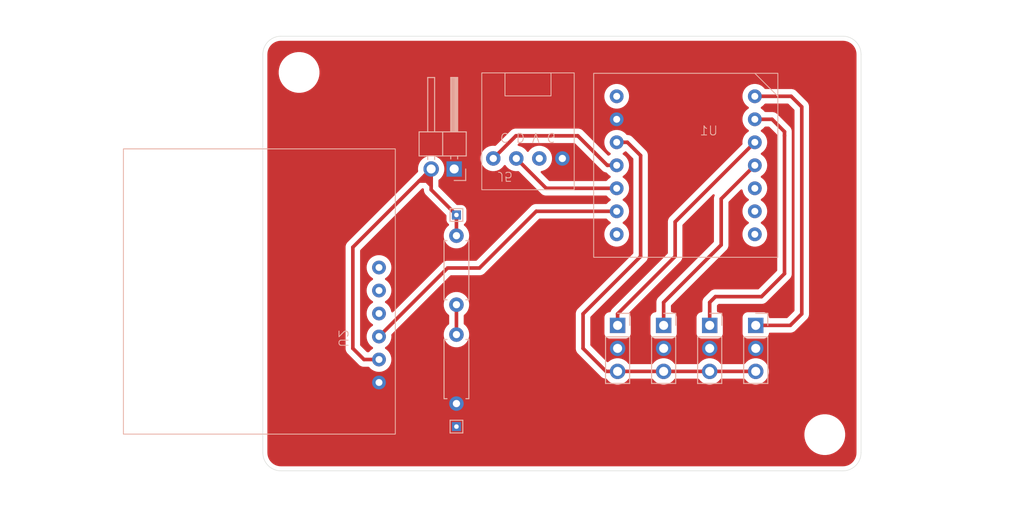
<source format=kicad_pcb>
(kicad_pcb (version 20240108) (generator "pcbnew") (generator_version "8.0")
  (layers (0 "F.Cu" signal) (31 "B.Cu" signal) (34 "B.Paste" user) (35 "F.Paste" user) (36 "B.SilkS" user "B.Silkscreen") (37 "F.SilkS" user "F.Silkscreen") (38 "B.Mask" user) (39 "F.Mask" user) (44 "Edge.Cuts" user))
  (net 0 "")
  (net 1 "/Soil_Sensor_1")
  (net 2 "+3V3")
  (net 3 "GND")
  (net 4 "/Soil_Sensor_2")
  (net 5 "/Soil_Sensor_3")
  (net 6 "/Soil_Sensor_4")
  (net 7 "/SDA")
  (net 8 "/SCL")
  (net 9 "+BATT")
  (net 10 "/Vbatt_sense")
  (net 11 "/Done")
  (footprint "Resistor_THT:R_Axial_DIN0207_L6.3mm_D2.5mm_P7.62mm_Horizontal" (layer "B.Cu") (at 151.032448 76.454 -90)
    (property "Reference" "R1" (hide yes))
    (property "Value" "10k")
    (fp_line (start 0.54 1.37) (end 0.54 1.04) (stroke (width 0.12)) (layer "B.SilkS"))
    (fp_line (start 7.08 1.37) (end 0.54 1.37) (stroke (width 0.12)) (layer "B.SilkS"))
    (fp_line (start 7.08 1.04) (end 7.08 1.37) (stroke (width 0.12)) (layer "B.SilkS"))
    (fp_line (start 7.08 -1.04) (end 7.08 -1.37) (stroke (width 0.12)) (layer "B.SilkS"))
    (fp_line (start 0.54 -1.37) (end 0.54 -1.04) (stroke (width 0.12)) (layer "B.SilkS"))
    (fp_line (start 7.08 -1.37) (end 0.54 -1.37) (stroke (width 0.12)) (layer "B.SilkS"))
    (pad "1" thru_hole circle (at 0 0 270) (size 1.6 1.6) (drill 0.8) (layers "*.Cu" "*.Mask") (net 9 "+BATT"))
    (pad "2" thru_hole oval (at 7.62 0 270) (size 1.6 1.6) (drill 0.8) (layers "*.Cu" "*.Mask") (net 10 "/Vbatt_sense"))
  )
  (footprint "Footprints-General:Nano Power Timer" (layer "B.Cu") (at 144.288448 98.368 90)
    (property "Reference" "U2" (at 10.57 -5.756 -90) (layer "B.SilkS") (effects (font (thickness 0.1)) (justify mirror)))
    (property "Value" "Nano Power Timer")
    (fp_rect (start 31.5 -30) (end 0 0) (stroke (width 0.1)) (fill none) (layer "B.SilkS"))
    (pad "1" thru_hole circle (at 5.7 -1.8 90) (size 1.524 1.524) (drill 0.762) (layers "*.Cu" "*.Mask") (net 3 "GND"))
    (pad "2" thru_hole circle (at 8.24 -1.8 90) (size 1.524 1.524) (drill 0.762) (layers "*.Cu" "*.Mask") (net 9 "+BATT"))
    (pad "3" thru_hole circle (at 10.78 -1.8 90) (size 1.524 1.524) (drill 0.762) (layers "*.Cu" "*.Mask") (net 11 "/Done"))
    (pad "4" thru_hole circle (at 13.32 -1.8 90) (size 1.524 1.524) (drill 0.762) (layers "*.Cu" "*.Mask"))
    (pad "5" thru_hole circle (at 15.86 -1.8 90) (size 1.524 1.524) (drill 0.762) (layers "*.Cu" "*.Mask"))
    (pad "6" thru_hole circle (at 18.4 -1.8 90) (size 1.524 1.524) (drill 0.762) (layers "*.Cu" "*.Mask"))
  )
  (footprint "Connector_PinHeader_2.54mm:PinHeader_1x03_P2.54mm_Vertical" (layer "B.Cu") (at 168.812448 86.36 180)
    (property "Reference" "J3" (hide yes))
    (property "Value" "Soil Sensor - 3")
    (fp_line (start 1.33 -1.27) (end -1.33 -1.27) (stroke (width 0.12)) (layer "B.SilkS"))
    (fp_line (start 1.33 -6.41) (end 1.33 -1.27) (stroke (width 0.12)) (layer "B.SilkS"))
    (fp_line (start 1.33 -6.41) (end -1.33 -6.41) (stroke (width 0.12)) (layer "B.SilkS"))
    (fp_line (start 0 1.33) (end -1.33 1.33) (stroke (width 0.12)) (layer "B.SilkS"))
    (fp_line (start -1.33 1.33) (end -1.33 0) (stroke (width 0.12)) (layer "B.SilkS"))
    (fp_line (start -1.33 -6.41) (end -1.33 -1.27) (stroke (width 0.12)) (layer "B.SilkS"))
    (pad "1" thru_hole rect (at 0 0 180) (size 1.7 1.7) (drill 1) (layers "*.Cu" "*.Mask") (net 5 "/Soil_Sensor_3"))
    (pad "2" thru_hole oval (at 0 -2.54 180) (size 1.7 1.7) (drill 1) (layers "*.Cu" "*.Mask") (net 3 "GND"))
    (pad "3" thru_hole oval (at 0 -5.08 180) (size 1.7 1.7) (drill 1) (layers "*.Cu" "*.Mask") (net 2 "+3V3"))
  )
  (footprint "MountingHole:MountingHole_4mm" (layer "B.Cu") (at 191.672448 98.425 180)
    (property "Reference" "REF**" (hide yes))
    (property "Value" "MountingHole_4mm")
    (pad "" np_thru_hole circle (at 0 0 180) (size 4 4) (drill 4) (layers "*.Cu" "*.Mask"))
  )
  (footprint "Connector_PinHeader_2.54mm:PinHeader_1x03_P2.54mm_Vertical" (layer "B.Cu") (at 184.052448 86.36 180)
    (property "Reference" "J1" (hide yes))
    (property "Value" "Soil Sensor - 1")
    (fp_line (start 1.33 -1.27) (end -1.33 -1.27) (stroke (width 0.12)) (layer "B.SilkS"))
    (fp_line (start 1.33 -6.41) (end 1.33 -1.27) (stroke (width 0.12)) (layer "B.SilkS"))
    (fp_line (start 1.33 -6.41) (end -1.33 -6.41) (stroke (width 0.12)) (layer "B.SilkS"))
    (fp_line (start 0 1.33) (end -1.33 1.33) (stroke (width 0.12)) (layer "B.SilkS"))
    (fp_line (start -1.33 1.33) (end -1.33 0) (stroke (width 0.12)) (layer "B.SilkS"))
    (fp_line (start -1.33 -6.41) (end -1.33 -1.27) (stroke (width 0.12)) (layer "B.SilkS"))
    (pad "1" thru_hole rect (at 0 0 180) (size 1.7 1.7) (drill 1) (layers "*.Cu" "*.Mask") (net 1 "/Soil_Sensor_1"))
    (pad "2" thru_hole oval (at 0 -2.54 180) (size 1.7 1.7) (drill 1) (layers "*.Cu" "*.Mask") (net 3 "GND"))
    (pad "3" thru_hole oval (at 0 -5.08 180) (size 1.7 1.7) (drill 1) (layers "*.Cu" "*.Mask") (net 2 "+3V3"))
  )
  (footprint "Connector_PinHeader_2.54mm:PinHeader_1x03_P2.54mm_Vertical" (layer "B.Cu") (at 173.892448 86.36 180)
    (property "Reference" "J4" (hide yes))
    (property "Value" "Soil Sensor - 4")
    (fp_line (start 1.33 -1.27) (end -1.33 -1.27) (stroke (width 0.12)) (layer "B.SilkS"))
    (fp_line (start 1.33 -6.41) (end 1.33 -1.27) (stroke (width 0.12)) (layer "B.SilkS"))
    (fp_line (start 1.33 -6.41) (end -1.33 -6.41) (stroke (width 0.12)) (layer "B.SilkS"))
    (fp_line (start 0 1.33) (end -1.33 1.33) (stroke (width 0.12)) (layer "B.SilkS"))
    (fp_line (start -1.33 1.33) (end -1.33 0) (stroke (width 0.12)) (layer "B.SilkS"))
    (fp_line (start -1.33 -6.41) (end -1.33 -1.27) (stroke (width 0.12)) (layer "B.SilkS"))
    (pad "1" thru_hole rect (at 0 0 180) (size 1.7 1.7) (drill 1) (layers "*.Cu" "*.Mask") (net 6 "/Soil_Sensor_4"))
    (pad "2" thru_hole oval (at 0 -2.54 180) (size 1.7 1.7) (drill 1) (layers "*.Cu" "*.Mask") (net 3 "GND"))
    (pad "3" thru_hole oval (at 0 -5.08 180) (size 1.7 1.7) (drill 1) (layers "*.Cu" "*.Mask") (net 2 "+3V3"))
  )
  (footprint "Footprints-General:Xiao-S3" (layer "B.Cu") (at 186.492448 58.52 180)
    (property "Reference" "U1" (at 7.62 -6.35 0) (layer "B.SilkS") (effects (font (thickness 0.1)) (justify mirror)))
    (property "Value" "MCU")
    (fp_line (start 2.54 0) (end 0 -2.54) (stroke (width 0.1)) (layer "B.SilkS"))
    (fp_rect (start 20.32 -20.32) (end 0 0) (stroke (width 0.1)) (fill none) (layer "B.SilkS"))
    (pad "1" thru_hole circle (at 2.54 -2.54 180) (size 1.524 1.524) (drill 0.762) (layers "*.Cu" "*.Mask") (net 1 "/Soil_Sensor_1"))
    (pad "2" thru_hole circle (at 2.54 -5.08 180) (size 1.524 1.524) (drill 0.762) (layers "*.Cu" "*.Mask") (net 4 "/Soil_Sensor_2"))
    (pad "3" thru_hole circle (at 2.54 -7.62 180) (size 1.524 1.524) (drill 0.762) (layers "*.Cu" "*.Mask") (net 5 "/Soil_Sensor_3"))
    (pad "4" thru_hole circle (at 2.54 -10.16 180) (size 1.524 1.524) (drill 0.762) (layers "*.Cu" "*.Mask") (net 6 "/Soil_Sensor_4"))
    (pad "5" thru_hole circle (at 2.54 -12.7 180) (size 1.524 1.524) (drill 0.762) (layers "*.Cu" "*.Mask") (net 10 "/Vbatt_sense"))
    (pad "6" thru_hole circle (at 2.54 -15.24 180) (size 1.524 1.524) (drill 0.762) (layers "*.Cu" "*.Mask"))
    (pad "7" thru_hole circle (at 2.54 -17.78 180) (size 1.524 1.524) (drill 0.762) (layers "*.Cu" "*.Mask"))
    (pad "8" thru_hole circle (at 17.78 -2.54 180) (size 1.524 1.524) (drill 0.762) (layers "*.Cu" "*.Mask"))
    (pad "9" thru_hole circle (at 17.78 -5.08 180) (size 1.524 1.524) (drill 0.762) (layers "*.Cu" "*.Mask") (net 3 "GND"))
    (pad "10" thru_hole circle (at 17.78 -7.62 180) (size 1.524 1.524) (drill 0.762) (layers "*.Cu" "*.Mask") (net 2 "+3V3"))
    (pad "11" thru_hole circle (at 17.78 -10.16 180) (size 1.524 1.524) (drill 0.762) (layers "*.Cu" "*.Mask") (net 8 "/SCL"))
    (pad "12" thru_hole circle (at 17.78 -12.7 180) (size 1.524 1.524) (drill 0.762) (layers "*.Cu" "*.Mask") (net 7 "/SDA"))
    (pad "13" thru_hole circle (at 17.78 -15.24 180) (size 1.524 1.524) (drill 0.762) (layers "*.Cu" "*.Mask") (net 11 "/Done"))
    (pad "14" thru_hole circle (at 17.78 -17.78 180) (size 1.524 1.524) (drill 0.762) (layers "*.Cu" "*.Mask"))
  )
  (footprint "Resistor_THT:R_Axial_DIN0207_L6.3mm_D2.5mm_P7.62mm_Horizontal" (layer "B.Cu") (at 151.032448 87.376 -90)
    (property "Reference" "R2" (hide yes))
    (property "Value" "10k")
    (fp_line (start 0.54 1.37) (end 0.54 1.04) (stroke (width 0.12)) (layer "B.SilkS"))
    (fp_line (start 7.08 1.37) (end 0.54 1.37) (stroke (width 0.12)) (layer "B.SilkS"))
    (fp_line (start 7.08 1.04) (end 7.08 1.37) (stroke (width 0.12)) (layer "B.SilkS"))
    (fp_line (start 7.08 -1.04) (end 7.08 -1.37) (stroke (width 0.12)) (layer "B.SilkS"))
    (fp_line (start 0.54 -1.37) (end 0.54 -1.04) (stroke (width 0.12)) (layer "B.SilkS"))
    (fp_line (start 7.08 -1.37) (end 0.54 -1.37) (stroke (width 0.12)) (layer "B.SilkS"))
    (pad "1" thru_hole circle (at 0 0 270) (size 1.6 1.6) (drill 0.8) (layers "*.Cu" "*.Mask") (net 10 "/Vbatt_sense"))
    (pad "2" thru_hole oval (at 7.62 0 270) (size 1.6 1.6) (drill 0.8) (layers "*.Cu" "*.Mask") (net 3 "GND"))
  )
  (footprint "TestPoint:TestPoint_THTPad_1.0x1.0mm_Drill0.5mm" (layer "B.Cu") (at 151.032448 97.536 -90)
    (property "Reference" "TP1" (hide yes))
    (property "Value" "GND_Test")
    (fp_line (start -0.7 0.7) (end -0.7 -0.7) (stroke (width 0.12)) (layer "B.SilkS"))
    (fp_line (start 0.7 0.7) (end -0.7 0.7) (stroke (width 0.12)) (layer "B.SilkS"))
    (fp_line (start -0.7 -0.7) (end 0.7 -0.7) (stroke (width 0.12)) (layer "B.SilkS"))
    (fp_line (start 0.7 -0.7) (end 0.7 0.7) (stroke (width 0.12)) (layer "B.SilkS"))
    (pad "1" thru_hole rect (at 0 0 270) (size 1 1) (drill 0.5) (layers "*.Cu" "*.Mask") (net 3 "GND"))
  )
  (footprint "Footprints-General:PiicoDev Breadboard" (layer "B.Cu") (at 153.826448 71.374)
    (property "Reference" "J5" (at 2.56 -1.47 180) (layer "B.SilkS") (effects (font (thickness 0.1)) (justify mirror)))
    (property "Value" "PiicoDev")
    (fp_rect (start 7.64 -12.9) (end 2.56 -10.36) (stroke (width 0.1)) (fill none) (layer "B.SilkS"))
    (fp_rect (start 10.2 -12.9) (end 0 0) (stroke (width 0.1)) (fill none) (layer "B.SilkS"))
    (fp_text user "C D V G" (at 5.08 -6.35 180) (layer "B.SilkS") (effects (font (thickness 0.1)) (justify bottom mirror)))
    (pad "1" thru_hole circle (at 1.27 -3.45) (size 1.6 1.6) (drill 0.8) (layers "*.Cu" "*.Mask") (net 8 "/SCL"))
    (pad "2" thru_hole circle (at 3.81 -3.45) (size 1.6 1.6) (drill 0.8) (layers "*.Cu" "*.Mask") (net 7 "/SDA"))
    (pad "3" thru_hole circle (at 6.35 -3.45) (size 1.6 1.6) (drill 0.8) (layers "*.Cu" "*.Mask") (net 2 "+3V3"))
    (pad "4" thru_hole circle (at 8.89 -3.45) (size 1.6 1.6) (drill 0.8) (layers "*.Cu" "*.Mask") (net 3 "GND"))
  )
  (footprint "Connector_PinHeader_2.54mm:PinHeader_1x02_P2.54mm_Horizontal" (layer "B.Cu") (at 150.783448 69.088 90)
    (property "Reference" "J6" (hide yes))
    (property "Value" "Xiao Battery Connectors")
    (fp_line (start 4.1 -3.87) (end 1.44 -3.87) (stroke (width 0.12)) (layer "B.SilkS"))
    (fp_line (start 1.44 -3.87) (end 1.44 1.33) (stroke (width 0.12)) (layer "B.SilkS"))
    (fp_line (start 10.1 -2.92) (end 10.1 -2.16) (stroke (width 0.12)) (layer "B.SilkS"))
    (fp_line (start 4.1 -2.92) (end 10.1 -2.92) (stroke (width 0.12)) (layer "B.SilkS"))
    (fp_line (start 1.44 -2.92) (end 1.042929 -2.92) (stroke (width 0.12)) (layer "B.SilkS"))
    (fp_line (start 10.1 -2.16) (end 4.1 -2.16) (stroke (width 0.12)) (layer "B.SilkS"))
    (fp_line (start 1.44 -2.16) (end 1.042929 -2.16) (stroke (width 0.12)) (layer "B.SilkS"))
    (fp_line (start 4.1 -1.27) (end 1.44 -1.27) (stroke (width 0.12)) (layer "B.SilkS"))
    (fp_line (start 10.1 -0.38) (end 10.1 0.38) (stroke (width 0.12)) (layer "B.SilkS"))
    (fp_line (start 4.1 -0.38) (end 10.1 -0.38) (stroke (width 0.12)) (layer "B.SilkS"))
    (fp_line (start 1.44 -0.38) (end 1.11 -0.38) (stroke (width 0.12)) (layer "B.SilkS"))
    (fp_line (start 10.1 -0.28) (end 4.1 -0.28) (stroke (width 0.12)) (layer "B.SilkS"))
    (fp_line (start 10.1 -0.16) (end 4.1 -0.16) (stroke (width 0.12)) (layer "B.SilkS"))
    (fp_line (start 10.1 -0.04) (end 4.1 -0.04) (stroke (width 0.12)) (layer "B.SilkS"))
    (fp_line (start 10.1 0.08) (end 4.1 0.08) (stroke (width 0.12)) (layer "B.SilkS"))
    (fp_line (start 10.1 0.2) (end 4.1 0.2) (stroke (width 0.12)) (layer "B.SilkS"))
    (fp_line (start 10.1 0.32) (end 4.1 0.32) (stroke (width 0.12)) (layer "B.SilkS"))
    (fp_line (start 10.1 0.38) (end 4.1 0.38) (stroke (width 0.12)) (layer "B.SilkS"))
    (fp_line (start 1.44 0.38) (end 1.11 0.38) (stroke (width 0.12)) (layer "B.SilkS"))
    (fp_line (start 0 1.27) (end -1.27 1.27) (stroke (width 0.12)) (layer "B.SilkS"))
    (fp_line (start -1.27 1.27) (end -1.27 0) (stroke (width 0.12)) (layer "B.SilkS"))
    (fp_line (start 4.1 1.33) (end 4.1 -3.87) (stroke (width 0.12)) (layer "B.SilkS"))
    (fp_line (start 1.44 1.33) (end 4.1 1.33) (stroke (width 0.12)) (layer "B.SilkS"))
    (pad "1" thru_hole rect (at 0 0 90) (size 1.7 1.7) (drill 1) (layers "*.Cu" "*.Mask") (net 3 "GND"))
    (pad "2" thru_hole oval (at 0 -2.54 90) (size 1.7 1.7) (drill 1) (layers "*.Cu" "*.Mask") (net 9 "+BATT"))
  )
  (footprint "Connector_PinHeader_2.54mm:PinHeader_1x03_P2.54mm_Vertical" (layer "B.Cu") (at 178.972448 86.36 180)
    (property "Reference" "J2" (hide yes))
    (property "Value" "Soil Sensor - 2")
    (fp_line (start 1.33 -1.27) (end -1.33 -1.27) (stroke (width 0.12)) (layer "B.SilkS"))
    (fp_line (start 1.33 -6.41) (end 1.33 -1.27) (stroke (width 0.12)) (layer "B.SilkS"))
    (fp_line (start 1.33 -6.41) (end -1.33 -6.41) (stroke (width 0.12)) (layer "B.SilkS"))
    (fp_line (start 0 1.33) (end -1.33 1.33) (stroke (width 0.12)) (layer "B.SilkS"))
    (fp_line (start -1.33 1.33) (end -1.33 0) (stroke (width 0.12)) (layer "B.SilkS"))
    (fp_line (start -1.33 -6.41) (end -1.33 -1.27) (stroke (width 0.12)) (layer "B.SilkS"))
    (pad "1" thru_hole rect (at 0 0 180) (size 1.7 1.7) (drill 1) (layers "*.Cu" "*.Mask") (net 4 "/Soil_Sensor_2"))
    (pad "2" thru_hole oval (at 0 -2.54 180) (size 1.7 1.7) (drill 1) (layers "*.Cu" "*.Mask") (net 3 "GND"))
    (pad "3" thru_hole oval (at 0 -5.08 180) (size 1.7 1.7) (drill 1) (layers "*.Cu" "*.Mask") (net 2 "+3V3"))
  )
  (footprint "MountingHole:MountingHole_4mm" (layer "B.Cu") (at 133.672448 58.425 180)
    (property "Reference" "REF**" (hide yes))
    (property "Value" "MountingHole_4mm")
    (pad "" np_thru_hole circle (at 0 0 180) (size 4 4) (drill 4) (layers "F&B.Cu" "*.Mask"))
  )
  (footprint "TestPoint:TestPoint_THTPad_1.0x1.0mm_Drill0.5mm" (layer "B.Cu") (at 151.032448 74.168 -90)
    (property "Reference" "TP2" (hide yes))
    (property "Value" "Vbatt Test")
    (fp_line (start -0.7 0.7) (end -0.7 -0.7) (stroke (width 0.12)) (layer "B.SilkS"))
    (fp_line (start 0.7 0.7) (end -0.7 0.7) (stroke (width 0.12)) (layer "B.SilkS"))
    (fp_line (start -0.7 -0.7) (end 0.7 -0.7) (stroke (width 0.12)) (layer "B.SilkS"))
    (fp_line (start 0.7 -0.7) (end 0.7 0.7) (stroke (width 0.12)) (layer "B.SilkS"))
    (pad "1" thru_hole rect (at 0 0 270) (size 1 1) (drill 0.5) (layers "*.Cu" "*.Mask") (net 9 "+BATT"))
  )
  (gr_arc (start 195.672446 100.424998) (mid 195.08666 101.839212) (end 193.672446 102.424998) (stroke (width 0.05)) (layer "Edge.Cuts"))
  (gr_line (start 195.672447 56.425) (end 195.672446 100.424998) (stroke (width 0.05)) (layer "Edge.Cuts"))
  (gr_arc (start 193.672447 54.425) (mid 195.086661 55.010786) (end 195.672447 56.425) (stroke (width 0.05)) (layer "Edge.Cuts"))
  (gr_arc (start 131.672448 102.424998) (mid 130.258235 101.839211) (end 129.672448 100.424998) (stroke (width 0.05)) (layer "Edge.Cuts"))
  (gr_arc (start 129.672448 56.425) (mid 130.258234 55.010786) (end 131.672448 54.425) (stroke (width 0.05)) (layer "Edge.Cuts"))
  (gr_line (start 193.672446 102.424998) (end 131.672448 102.424998) (stroke (width 0.05)) (layer "Edge.Cuts"))
  (gr_line (start 131.672448 54.425) (end 193.672447 54.425) (stroke (width 0.05)) (layer "Edge.Cuts"))
  (gr_line (start 129.672448 100.424998) (end 129.672448 56.425) (stroke (width 0.05)) (layer "Edge.Cuts"))
  (segment (start 187.862448 86.36) (end 189.132448 85.09) (width 0.4) (layer "F.Cu") (net 1))
  (segment (start 189.132448 85.09) (end 189.132448 62.23) (width 0.4) (layer "F.Cu") (net 1))
  (segment (start 187.962448 61.06) (end 183.952448 61.06) (width 0.4) (layer "F.Cu") (net 1))
  (segment (start 189.132448 62.23) (end 187.962448 61.06) (width 0.4) (layer "F.Cu") (net 1))
  (segment (start 184.052448 86.36) (end 187.862448 86.36) (width 0.4) (layer "F.Cu") (net 1))
  (segment (start 169.887448 66.14) (end 168.712448 66.14) (width 0.4) (layer "F.Cu") (net 2))
  (segment (start 168.812448 91.44) (end 167.542448 91.44) (width 0.4) (layer "F.Cu") (net 2))
  (segment (start 167.542448 91.44) (end 165.002448 88.9) (width 0.4) (layer "F.Cu") (net 2))
  (segment (start 171.352448 67.605) (end 169.887448 66.14) (width 0.4) (layer "F.Cu") (net 2))
  (segment (start 165.002448 88.9) (end 165.002448 85.09) (width 0.4) (layer "F.Cu") (net 2))
  (segment (start 165.002448 85.09) (end 171.352448 78.74) (width 0.4) (layer "F.Cu") (net 2))
  (segment (start 168.812448 91.44) (end 184.052448 91.44) (width 0.4) (layer "F.Cu") (net 2))
  (segment (start 171.352448 78.74) (end 171.352448 67.605) (width 0.4) (layer "F.Cu") (net 2))
  (segment (start 151.032448 94.996) (end 151.032448 97.536) (width 0.4) (layer "F.Cu") (net 3))
  (segment (start 187.227448 64.97) (end 187.227448 65.405) (width 0.4) (layer "F.Cu") (net 4))
  (segment (start 187.227448 80.645) (end 187.227448 65.405) (width 0.4) (layer "F.Cu") (net 4))
  (segment (start 179.607448 83.185) (end 184.687448 83.185) (width 0.4) (layer "F.Cu") (net 4))
  (segment (start 178.972448 86.36) (end 178.972448 83.82) (width 0.4) (layer "F.Cu") (net 4))
  (segment (start 184.687448 83.185) (end 187.227448 80.645) (width 0.4) (layer "F.Cu") (net 4))
  (segment (start 185.857448 63.6) (end 187.227448 64.97) (width 0.4) (layer "F.Cu") (net 4))
  (segment (start 185.857448 63.6) (end 183.952448 63.6) (width 0.4) (layer "F.Cu") (net 4))
  (segment (start 178.972448 83.82) (end 179.607448 83.185) (width 0.4) (layer "F.Cu") (net 4))
  (segment (start 168.812448 85.09) (end 175.162448 78.74) (width 0.4) (layer "F.Cu") (net 5))
  (segment (start 175.162448 78.74) (end 175.162448 74.93) (width 0.4) (layer "F.Cu") (net 5))
  (segment (start 175.162448 74.93) (end 183.952448 66.14) (width 0.4) (layer "F.Cu") (net 5))
  (segment (start 168.812448 86.36) (end 168.812448 85.09) (width 0.4) (layer "F.Cu") (net 5))
  (segment (start 173.892448 83.82) (end 180.242448 77.47) (width 0.4) (layer "F.Cu") (net 6))
  (segment (start 180.242448 77.47) (end 180.242448 72.39) (width 0.4) (layer "F.Cu") (net 6))
  (segment (start 180.242448 72.39) (end 183.952448 68.68) (width 0.4) (layer "F.Cu") (net 6))
  (segment (start 173.892448 86.36) (end 173.892448 83.82) (width 0.4) (layer "F.Cu") (net 6))
  (segment (start 160.932448 71.22) (end 157.636448 67.924) (width 0.4) (layer "F.Cu") (net 7))
  (segment (start 168.712448 71.22) (end 160.932448 71.22) (width 0.4) (layer "F.Cu") (net 7))
  (segment (start 164.422448 65.425) (end 167.677448 68.68) (width 0.4) (layer "F.Cu") (net 8))
  (segment (start 155.096448 67.924) (end 157.595448 65.425) (width 0.4) (layer "F.Cu") (net 8))
  (segment (start 167.677448 68.68) (end 168.712448 68.68) (width 0.4) (layer "F.Cu") (net 8))
  (segment (start 157.595448 65.425) (end 164.422448 65.425) (width 0.4) (layer "F.Cu") (net 8))
  (segment (start 146.914448 70.417) (end 147.422448 70.417) (width 0.4) (layer "F.Cu") (net 9))
  (segment (start 147.422448 70.417) (end 147.735448 70.417) (width 0.4) (layer "F.Cu") (net 9))
  (segment (start 147.539448 69.792) (end 148.243448 69.088) (width 0.4) (layer "F.Cu") (net 9))
  (segment (start 148.243448 70.175) (end 148.243448 69.925) (width 0.4) (layer "F.Cu") (net 9))
  (segment (start 151.032448 76.454) (end 151.032448 74.168) (width 0.4) (layer "F.Cu") (net 9))
  (segment (start 142.488448 90.128) (end 140.830448 90.128) (width 0.4) (layer "F.Cu") (net 9))
  (segment (start 147.672448 69.925) (end 148.243448 69.925) (width 0.4) (layer "F.Cu") (net 9))
  (segment (start 148.243448 71.379) (end 148.243448 70.925) (width 0.4) (layer "F.Cu") (net 9))
  (segment (start 148.243448 70.925) (end 148.243448 70.175) (width 0.4) (layer "F.Cu") (net 9))
  (segment (start 147.664448 70.175) (end 147.422448 70.417) (width 0.4) (layer "F.Cu") (net 9))
  (segment (start 147.922448 70.175) (end 147.664448 70.175) (width 0.4) (layer "F.Cu") (net 9))
  (segment (start 147.922448 70.604) (end 147.922448 70.175) (width 0.4) (layer "F.Cu") (net 9))
  (segment (start 146.914448 70.417) (end 147.539448 69.792) (width 0.4) (layer "F.Cu") (net 9))
  (segment (start 148.243448 69.925) (end 148.243448 69.088) (width 0.4) (layer "F.Cu") (net 9))
  (segment (start 147.735448 70.417) (end 148.082948 70.7645) (width 0.4) (layer "F.Cu") (net 9))
  (segment (start 147.922448 70.175) (end 147.672448 69.925) (width 0.4) (layer "F.Cu") (net 9))
  (segment (start 148.243448 70.175) (end 147.922448 70.175) (width 0.4) (layer "F.Cu") (net 9))
  (segment (start 139.602448 88.9) (end 139.602448 77.729) (width 0.4) (layer "F.Cu") (net 9))
  (segment (start 140.830448 90.128) (end 139.602448 88.9) (width 0.4) (layer "F.Cu") (net 9))
  (segment (start 139.602448 77.729) (end 146.914448 70.417) (width 0.4) (layer "F.Cu") (net 9))
  (segment (start 148.082948 70.7645) (end 147.922448 70.604) (width 0.4) (layer "F.Cu") (net 9))
  (segment (start 147.672448 69.925) (end 147.539448 69.792) (width 0.4) (layer "F.Cu") (net 9))
  (segment (start 151.032448 74.168) (end 148.243448 71.379) (width 0.4) (layer "F.Cu") (net 9))
  (segment (start 148.082948 70.7645) (end 148.243448 70.925) (width 0.4) (layer "F.Cu") (net 9))
  (segment (start 151.032448 84.074) (end 151.032448 87.376) (width 0.4) (layer "F.Cu") (net 10))
  (segment (start 168.712448 73.76) (end 159.837448 73.76) (width 0.4) (layer "F.Cu") (net 11))
  (segment (start 159.837448 73.76) (end 153.572448 80.025) (width 0.4) (layer "F.Cu") (net 11))
  (segment (start 153.572448 80.025) (end 150.051448 80.025) (width 0.4) (layer "F.Cu") (net 11))
  (segment (start 150.051448 80.025) (end 142.488448 87.588) (width 0.4) (layer "F.Cu") (net 11))
  (zone (net 3) (net_name "GND") (layer "F.Cu") (connect_pads yes (clearance 0.6)) (min_thickness 0.25) (fill yes (thermal_gap 0.5) (thermal_bridge_width 0.5))
    (polygon (pts (xy 213.672448 50.425) (xy 100.672448 50.425) (xy 100.672448 107.425) (xy 197.672448 107.425) (xy 197.672448 60.425) (xy 213.672448 60.425)))
  )
)
</source>
